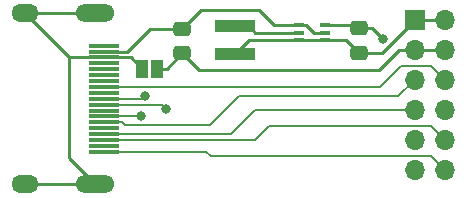
<source format=gbr>
%TF.GenerationSoftware,KiCad,Pcbnew,7.0.10*%
%TF.CreationDate,2024-01-20T12:44:41+00:00*%
%TF.ProjectId,arty_hdmi_pmod,61727479-5f68-4646-9d69-5f706d6f642e,rev?*%
%TF.SameCoordinates,Original*%
%TF.FileFunction,Copper,L1,Top*%
%TF.FilePolarity,Positive*%
%FSLAX46Y46*%
G04 Gerber Fmt 4.6, Leading zero omitted, Abs format (unit mm)*
G04 Created by KiCad (PCBNEW 7.0.10) date 2024-01-20 12:44:41*
%MOMM*%
%LPD*%
G01*
G04 APERTURE LIST*
G04 Aperture macros list*
%AMRoundRect*
0 Rectangle with rounded corners*
0 $1 Rounding radius*
0 $2 $3 $4 $5 $6 $7 $8 $9 X,Y pos of 4 corners*
0 Add a 4 corners polygon primitive as box body*
4,1,4,$2,$3,$4,$5,$6,$7,$8,$9,$2,$3,0*
0 Add four circle primitives for the rounded corners*
1,1,$1+$1,$2,$3*
1,1,$1+$1,$4,$5*
1,1,$1+$1,$6,$7*
1,1,$1+$1,$8,$9*
0 Add four rect primitives between the rounded corners*
20,1,$1+$1,$2,$3,$4,$5,0*
20,1,$1+$1,$4,$5,$6,$7,0*
20,1,$1+$1,$6,$7,$8,$9,0*
20,1,$1+$1,$8,$9,$2,$3,0*%
G04 Aperture macros list end*
%TA.AperFunction,SMDPad,CuDef*%
%ADD10RoundRect,0.250000X-0.475000X0.337500X-0.475000X-0.337500X0.475000X-0.337500X0.475000X0.337500X0*%
%TD*%
%TA.AperFunction,SMDPad,CuDef*%
%ADD11R,3.400000X0.980000*%
%TD*%
%TA.AperFunction,SMDPad,CuDef*%
%ADD12R,0.900000X0.400000*%
%TD*%
%TA.AperFunction,SMDPad,CuDef*%
%ADD13RoundRect,0.250000X0.475000X-0.337500X0.475000X0.337500X-0.475000X0.337500X-0.475000X-0.337500X0*%
%TD*%
%TA.AperFunction,SMDPad,CuDef*%
%ADD14R,2.600000X0.300000*%
%TD*%
%TA.AperFunction,ComponentPad*%
%ADD15O,3.300000X1.500000*%
%TD*%
%TA.AperFunction,ComponentPad*%
%ADD16O,2.300000X1.500000*%
%TD*%
%TA.AperFunction,ComponentPad*%
%ADD17R,1.700000X1.700000*%
%TD*%
%TA.AperFunction,ComponentPad*%
%ADD18O,1.700000X1.700000*%
%TD*%
%TA.AperFunction,SMDPad,CuDef*%
%ADD19R,1.000000X1.500000*%
%TD*%
%TA.AperFunction,ViaPad*%
%ADD20C,0.800000*%
%TD*%
%TA.AperFunction,Conductor*%
%ADD21C,0.250000*%
%TD*%
%TA.AperFunction,Conductor*%
%ADD22C,0.200000*%
%TD*%
G04 APERTURE END LIST*
D10*
%TO.P,C2,1*%
%TO.N,5V0*%
X94640400Y-49813300D03*
%TO.P,C2,2*%
%TO.N,GND*%
X94640400Y-51888300D03*
%TD*%
D11*
%TO.P,L1,1,1*%
%TO.N,3V3*%
X99060000Y-51985000D03*
%TO.P,L1,2,2*%
%TO.N,Net-(U1-L)*%
X99060000Y-49615000D03*
%TD*%
D12*
%TO.P,U1,1,VIN*%
%TO.N,3V3*%
X106680000Y-50800000D03*
%TO.P,U1,2,FB*%
%TO.N,5V0*%
X106680000Y-50150000D03*
%TO.P,U1,3,GND*%
%TO.N,GND*%
X106680000Y-49500000D03*
%TO.P,U1,4,VOUT*%
%TO.N,5V0*%
X104480000Y-49500000D03*
%TO.P,U1,5,L*%
%TO.N,Net-(U1-L)*%
X104480000Y-50150000D03*
%TO.P,U1,6,EN*%
%TO.N,3V3*%
X104480000Y-50800000D03*
%TD*%
D13*
%TO.P,C1,1*%
%TO.N,3V3*%
X109560000Y-51837500D03*
%TO.P,C1,2*%
%TO.N,GND*%
X109560000Y-49762500D03*
%TD*%
D14*
%TO.P,J1,1,D2+*%
%TO.N,CH2_P*%
X88000000Y-60240000D03*
%TO.P,J1,2,D2S*%
%TO.N,unconnected-(J1-D2S-Pad2)*%
X88000000Y-59740000D03*
%TO.P,J1,3,D2-*%
%TO.N,CH2_N*%
X88000000Y-59240000D03*
%TO.P,J1,4,D1+*%
%TO.N,CH1_P*%
X88000000Y-58740000D03*
%TO.P,J1,5,D1S*%
%TO.N,unconnected-(J1-D1S-Pad5)*%
X88000000Y-58240000D03*
%TO.P,J1,6,D1-*%
%TO.N,CH1_N*%
X88000000Y-57740000D03*
%TO.P,J1,7,D0+*%
%TO.N,CH0_P*%
X88000000Y-57240000D03*
%TO.P,J1,8,D0S*%
%TO.N,unconnected-(J1-D0S-Pad8)*%
X88000000Y-56740000D03*
%TO.P,J1,9,D0-*%
%TO.N,CH0_N*%
X88000000Y-56240000D03*
%TO.P,J1,10,CK+*%
%TO.N,CLK_P*%
X88000000Y-55740000D03*
%TO.P,J1,11,CKS*%
%TO.N,unconnected-(J1-CKS-Pad11)*%
X88000000Y-55240000D03*
%TO.P,J1,12,CK-*%
%TO.N,CLK_N*%
X88000000Y-54740000D03*
%TO.P,J1,13,CEC*%
%TO.N,unconnected-(J1-CEC-Pad13)*%
X88000000Y-54240000D03*
%TO.P,J1,14,UTILITY*%
%TO.N,unconnected-(J1-UTILITY-Pad14)*%
X88000000Y-53740000D03*
%TO.P,J1,15,SCL*%
%TO.N,unconnected-(J1-SCL-Pad15)*%
X88000000Y-53240000D03*
%TO.P,J1,16,SDA*%
%TO.N,unconnected-(J1-SDA-Pad16)*%
X88000000Y-52740000D03*
%TO.P,J1,17,GND*%
%TO.N,GND*%
X88000000Y-52240000D03*
%TO.P,J1,18,+5V*%
%TO.N,5V0*%
X88000000Y-51740000D03*
%TO.P,J1,19,HPD*%
%TO.N,unconnected-(J1-HPD-Pad19)*%
X88000000Y-51240000D03*
D15*
%TO.P,J1,SH,SH*%
%TO.N,GND*%
X87240000Y-62990000D03*
X87240000Y-48490000D03*
D16*
X81280000Y-62990000D03*
X81280000Y-48490000D03*
%TD*%
D17*
%TO.P,J2,1,Pin_1*%
%TO.N,3V3*%
X114300000Y-49040000D03*
D18*
%TO.P,J2,2,Pin_2*%
X116840000Y-49040000D03*
%TO.P,J2,3,Pin_3*%
%TO.N,GND*%
X114300000Y-51580000D03*
%TO.P,J2,4,Pin_4*%
X116840000Y-51580000D03*
%TO.P,J2,5,Pin_5*%
%TO.N,CH1_N*%
X114300000Y-54120000D03*
%TO.P,J2,6,Pin_6*%
%TO.N,CLK_N*%
X116840000Y-54120000D03*
%TO.P,J2,7,Pin_7*%
%TO.N,CH1_P*%
X114300000Y-56660000D03*
%TO.P,J2,8,Pin_8*%
%TO.N,CLK_P*%
X116840000Y-56660000D03*
%TO.P,J2,9,Pin_9*%
%TO.N,CH0_N*%
X114300000Y-59200000D03*
%TO.P,J2,10,Pin_10*%
%TO.N,CH2_N*%
X116840000Y-59200000D03*
%TO.P,J2,11,Pin_11*%
%TO.N,CH0_P*%
X114300000Y-61740000D03*
%TO.P,J2,12,Pin_12*%
%TO.N,CH2_P*%
X116840000Y-61740000D03*
%TD*%
D19*
%TO.P,G,1*%
%TO.N,GND*%
X91196400Y-53187600D03*
%TO.P,G,2*%
X92496400Y-53187600D03*
%TD*%
D20*
%TO.N,GND*%
X111637347Y-50677347D03*
%TO.N,CH0_P*%
X91140000Y-57240000D03*
%TO.N,CH0_N*%
X93272891Y-56587109D03*
%TO.N,CLK_P*%
X91440000Y-55540000D03*
%TD*%
D21*
%TO.N,GND*%
X111637347Y-50677347D02*
X110722500Y-49762500D01*
X110722500Y-49762500D02*
X109560000Y-49762500D01*
%TO.N,5V0*%
X104480000Y-49500000D02*
X102390000Y-49500000D01*
X102390000Y-49500000D02*
X101150000Y-48260000D01*
X101150000Y-48260000D02*
X96193700Y-48260000D01*
X96193700Y-48260000D02*
X94640400Y-49813300D01*
%TO.N,3V3*%
X109560000Y-51837500D02*
X111502500Y-51837500D01*
X114300000Y-49040000D02*
X116840000Y-49040000D01*
X111502500Y-51837500D02*
X114300000Y-49040000D01*
X104480000Y-50800000D02*
X100245000Y-50800000D01*
X104140000Y-50800000D02*
X108522500Y-50800000D01*
X108522500Y-50800000D02*
X109560000Y-51837500D01*
X100245000Y-50800000D02*
X99060000Y-51985000D01*
%TO.N,GND*%
X81280000Y-48490000D02*
X87240000Y-48490000D01*
X114300000Y-51580000D02*
X116840000Y-51580000D01*
X92496400Y-53187600D02*
X93341100Y-53187600D01*
X85030000Y-60780000D02*
X87240000Y-62990000D01*
X85030000Y-52240000D02*
X85030000Y-60780000D01*
X109297500Y-49500000D02*
X109560000Y-49762500D01*
X96039799Y-53287699D02*
X94640400Y-51888300D01*
X85030000Y-52240000D02*
X81280000Y-48490000D01*
X114300000Y-51580000D02*
X112958198Y-51580000D01*
X90248800Y-52240000D02*
X91196400Y-53187600D01*
X88000000Y-52240000D02*
X85030000Y-52240000D01*
X81280000Y-62990000D02*
X87240000Y-62990000D01*
X88000000Y-52240000D02*
X90248800Y-52240000D01*
X106680000Y-49500000D02*
X109297500Y-49500000D01*
X111250499Y-53287699D02*
X96039799Y-53287699D01*
X112958198Y-51580000D02*
X111250499Y-53287699D01*
X93341100Y-53187600D02*
X94640400Y-51888300D01*
%TO.N,5V0*%
X105780000Y-50150000D02*
X105130000Y-49500000D01*
X91867900Y-49813300D02*
X94640400Y-49813300D01*
X88000000Y-51740000D02*
X89941200Y-51740000D01*
X89941200Y-51740000D02*
X91867900Y-49813300D01*
X106680000Y-50150000D02*
X105780000Y-50150000D01*
X105130000Y-49500000D02*
X104480000Y-49500000D01*
D22*
%TO.N,CH2_P*%
X88000000Y-60240000D02*
X96663600Y-60240000D01*
X96663600Y-60240000D02*
X97013600Y-60590000D01*
X115690000Y-60590000D02*
X116840000Y-61740000D01*
X97013600Y-60590000D02*
X115690000Y-60590000D01*
%TO.N,CH2_N*%
X115690000Y-58050000D02*
X116840000Y-59200000D01*
X100780000Y-59240000D02*
X101970000Y-58050000D01*
X101970000Y-58050000D02*
X115690000Y-58050000D01*
X88000000Y-59240000D02*
X100780000Y-59240000D01*
%TO.N,CH1_P*%
X88000000Y-58740000D02*
X98740000Y-58740000D01*
X98740000Y-58740000D02*
X100820000Y-56660000D01*
X100820000Y-56660000D02*
X114300000Y-56660000D01*
%TO.N,CH1_N*%
X97000000Y-57940000D02*
X99430000Y-55510000D01*
X112910000Y-55510000D02*
X114300000Y-54120000D01*
X89750000Y-57940000D02*
X97000000Y-57940000D01*
X99430000Y-55510000D02*
X112910000Y-55510000D01*
X88000000Y-57740000D02*
X89550000Y-57740000D01*
X89550000Y-57740000D02*
X89750000Y-57940000D01*
%TO.N,CH0_P*%
X91140000Y-57240000D02*
X88000000Y-57240000D01*
%TO.N,CH0_N*%
X92925782Y-56240000D02*
X93272891Y-56587109D01*
X88000000Y-56240000D02*
X92925782Y-56240000D01*
%TO.N,CLK_P*%
X91440000Y-55540000D02*
X91240000Y-55740000D01*
X91240000Y-55740000D02*
X88000000Y-55740000D01*
%TO.N,CLK_N*%
X111360000Y-54740000D02*
X113130000Y-52970000D01*
X115690000Y-52970000D02*
X116840000Y-54120000D01*
X88000000Y-54740000D02*
X111360000Y-54740000D01*
X113130000Y-52970000D02*
X115690000Y-52970000D01*
D21*
%TO.N,Net-(U1-L)*%
X104480000Y-50150000D02*
X100805000Y-50150000D01*
X100805000Y-50150000D02*
X100270000Y-49615000D01*
X100270000Y-49615000D02*
X99060000Y-49615000D01*
%TD*%
M02*

</source>
